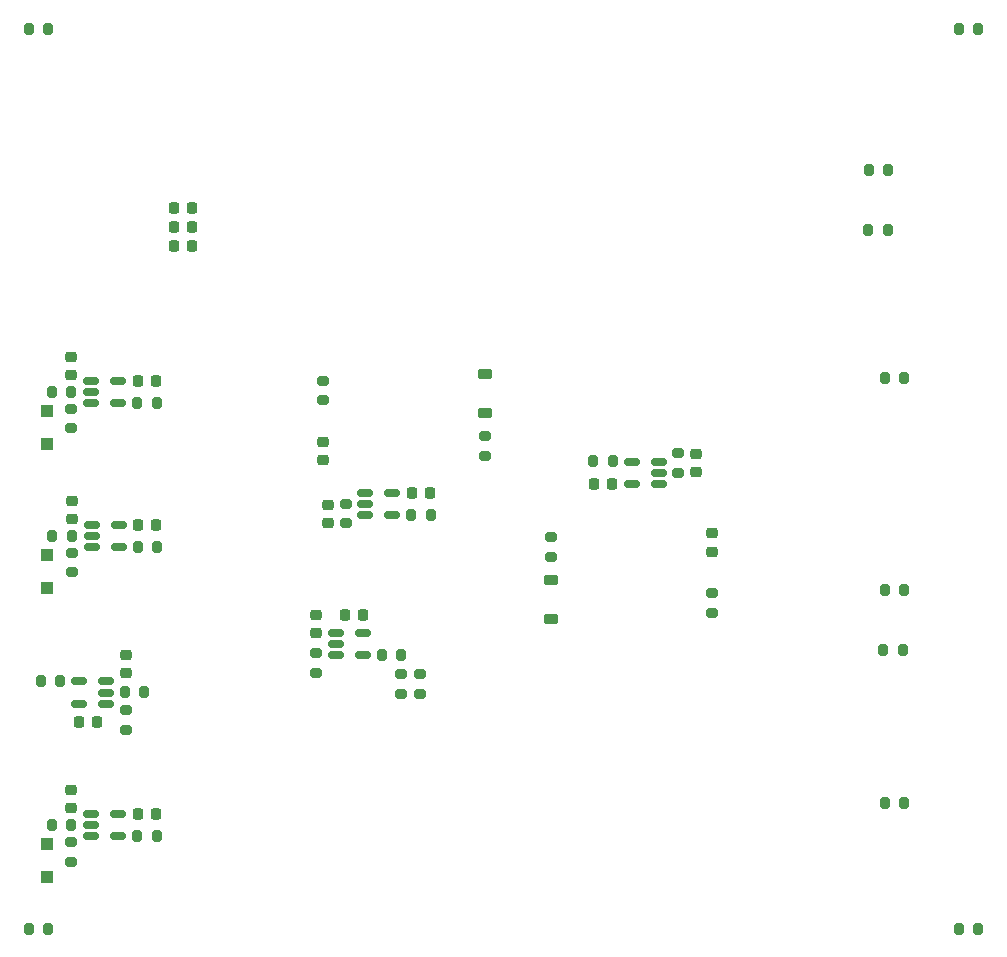
<source format=gbr>
%TF.GenerationSoftware,KiCad,Pcbnew,9.0.2*%
%TF.CreationDate,2025-06-26T21:31:22-07:00*%
%TF.ProjectId,tdm_b1,74646d5f-6231-42e6-9b69-6361645f7063,rev?*%
%TF.SameCoordinates,Original*%
%TF.FileFunction,Paste,Top*%
%TF.FilePolarity,Positive*%
%FSLAX46Y46*%
G04 Gerber Fmt 4.6, Leading zero omitted, Abs format (unit mm)*
G04 Created by KiCad (PCBNEW 9.0.2) date 2025-06-26 21:31:22*
%MOMM*%
%LPD*%
G01*
G04 APERTURE LIST*
G04 Aperture macros list*
%AMRoundRect*
0 Rectangle with rounded corners*
0 $1 Rounding radius*
0 $2 $3 $4 $5 $6 $7 $8 $9 X,Y pos of 4 corners*
0 Add a 4 corners polygon primitive as box body*
4,1,4,$2,$3,$4,$5,$6,$7,$8,$9,$2,$3,0*
0 Add four circle primitives for the rounded corners*
1,1,$1+$1,$2,$3*
1,1,$1+$1,$4,$5*
1,1,$1+$1,$6,$7*
1,1,$1+$1,$8,$9*
0 Add four rect primitives between the rounded corners*
20,1,$1+$1,$2,$3,$4,$5,0*
20,1,$1+$1,$4,$5,$6,$7,0*
20,1,$1+$1,$6,$7,$8,$9,0*
20,1,$1+$1,$8,$9,$2,$3,0*%
G04 Aperture macros list end*
%ADD10RoundRect,0.200000X0.275000X-0.200000X0.275000X0.200000X-0.275000X0.200000X-0.275000X-0.200000X0*%
%ADD11RoundRect,0.150000X-0.512500X-0.150000X0.512500X-0.150000X0.512500X0.150000X-0.512500X0.150000X0*%
%ADD12RoundRect,0.250000X-0.300000X0.300000X-0.300000X-0.300000X0.300000X-0.300000X0.300000X0.300000X0*%
%ADD13RoundRect,0.225000X0.250000X-0.225000X0.250000X0.225000X-0.250000X0.225000X-0.250000X-0.225000X0*%
%ADD14RoundRect,0.225000X0.225000X0.250000X-0.225000X0.250000X-0.225000X-0.250000X0.225000X-0.250000X0*%
%ADD15RoundRect,0.225000X-0.250000X0.225000X-0.250000X-0.225000X0.250000X-0.225000X0.250000X0.225000X0*%
%ADD16RoundRect,0.200000X-0.200000X-0.275000X0.200000X-0.275000X0.200000X0.275000X-0.200000X0.275000X0*%
%ADD17RoundRect,0.225000X-0.225000X-0.250000X0.225000X-0.250000X0.225000X0.250000X-0.225000X0.250000X0*%
%ADD18RoundRect,0.150000X0.512500X0.150000X-0.512500X0.150000X-0.512500X-0.150000X0.512500X-0.150000X0*%
%ADD19RoundRect,0.200000X-0.275000X0.200000X-0.275000X-0.200000X0.275000X-0.200000X0.275000X0.200000X0*%
%ADD20RoundRect,0.200000X0.200000X0.275000X-0.200000X0.275000X-0.200000X-0.275000X0.200000X-0.275000X0*%
%ADD21RoundRect,0.225000X0.375000X-0.225000X0.375000X0.225000X-0.375000X0.225000X-0.375000X-0.225000X0*%
%ADD22RoundRect,0.225000X-0.375000X0.225000X-0.375000X-0.225000X0.375000X-0.225000X0.375000X0.225000X0*%
G04 APERTURE END LIST*
D10*
%TO.C,R39*%
X143733600Y-112026200D03*
X143733600Y-110376200D03*
%TD*%
D11*
%TO.C,U9*%
X128001600Y-106608800D03*
X128001600Y-107558800D03*
X128001600Y-108508800D03*
X130276600Y-108508800D03*
X130276600Y-106608800D03*
%TD*%
D12*
%TO.C,D1*%
X101079200Y-111845600D03*
X101079200Y-114645600D03*
%TD*%
%TO.C,D2*%
X101041400Y-99653600D03*
X101041400Y-102453600D03*
%TD*%
D13*
%TO.C,C28*%
X157398800Y-111582800D03*
X157398800Y-110032800D03*
%TD*%
D14*
%TO.C,C29*%
X113360200Y-84124800D03*
X111810200Y-84124800D03*
%TD*%
D15*
%TO.C,C33*%
X124439600Y-102285200D03*
X124439600Y-103835200D03*
%TD*%
D16*
%TO.C,R49*%
X170625000Y-79320400D03*
X172275000Y-79320400D03*
%TD*%
D17*
%TO.C,C35*%
X131957900Y-106593600D03*
X133507900Y-106593600D03*
%TD*%
D16*
%TO.C,R28*%
X101461000Y-134762400D03*
X103111000Y-134762400D03*
%TD*%
%TO.C,R48*%
X171971200Y-114873400D03*
X173621200Y-114873400D03*
%TD*%
%TO.C,R27*%
X108687800Y-99034600D03*
X110337800Y-99034600D03*
%TD*%
D18*
%TO.C,U7*%
X152857200Y-105867200D03*
X152857200Y-104917200D03*
X152857200Y-103967200D03*
X150582200Y-103967200D03*
X150582200Y-105867200D03*
%TD*%
D13*
%TO.C,C17*%
X103136600Y-108826600D03*
X103136600Y-107276600D03*
%TD*%
D16*
%TO.C,R3*%
X99505000Y-143510000D03*
X101155000Y-143510000D03*
%TD*%
%TO.C,R51*%
X131908700Y-108524000D03*
X133558700Y-108524000D03*
%TD*%
D13*
%TO.C,C25*%
X123799600Y-118478400D03*
X123799600Y-116928400D03*
%TD*%
D18*
%TO.C,U5*%
X106026700Y-124485600D03*
X106026700Y-123535600D03*
X106026700Y-122585600D03*
X103751700Y-122585600D03*
X103751700Y-124485600D03*
%TD*%
D11*
%TO.C,U6*%
X125494700Y-118442400D03*
X125494700Y-119392400D03*
X125494700Y-120342400D03*
X127769700Y-120342400D03*
X127769700Y-118442400D03*
%TD*%
D10*
%TO.C,R45*%
X124439600Y-98754200D03*
X124439600Y-97104200D03*
%TD*%
D14*
%TO.C,C26*%
X127801200Y-116928600D03*
X126251200Y-116928600D03*
%TD*%
D10*
%TO.C,R26*%
X103098800Y-101167200D03*
X103098800Y-99517200D03*
%TD*%
D19*
%TO.C,R40*%
X157398800Y-115113800D03*
X157398800Y-116763800D03*
%TD*%
D20*
%TO.C,R5*%
X179895000Y-67310000D03*
X178245000Y-67310000D03*
%TD*%
%TO.C,R33*%
X102170400Y-122570400D03*
X100520400Y-122570400D03*
%TD*%
D10*
%TO.C,R29*%
X103098800Y-137834800D03*
X103098800Y-136184800D03*
%TD*%
D14*
%TO.C,C30*%
X113360200Y-82499200D03*
X111810200Y-82499200D03*
%TD*%
%TO.C,C27*%
X113360200Y-85725000D03*
X111810200Y-85725000D03*
%TD*%
D13*
%TO.C,C31*%
X156012300Y-104867000D03*
X156012300Y-103317000D03*
%TD*%
D16*
%TO.C,R24*%
X108725600Y-111226600D03*
X110375600Y-111226600D03*
%TD*%
D20*
%TO.C,R38*%
X173494200Y-119888000D03*
X171844200Y-119888000D03*
%TD*%
D13*
%TO.C,C23*%
X107708600Y-121897600D03*
X107708600Y-120347600D03*
%TD*%
D16*
%TO.C,R22*%
X101498800Y-110286800D03*
X103148800Y-110286800D03*
%TD*%
D10*
%TO.C,R23*%
X103136600Y-113359200D03*
X103136600Y-111709200D03*
%TD*%
D17*
%TO.C,C22*%
X108724600Y-133797200D03*
X110274600Y-133797200D03*
%TD*%
D16*
%TO.C,R50*%
X171971200Y-96930200D03*
X173621200Y-96930200D03*
%TD*%
D12*
%TO.C,D3*%
X101041400Y-136321200D03*
X101041400Y-139121200D03*
%TD*%
D16*
%TO.C,R36*%
X129388600Y-120383000D03*
X131038600Y-120383000D03*
%TD*%
D11*
%TO.C,U3*%
X104806100Y-97119400D03*
X104806100Y-98069400D03*
X104806100Y-99019400D03*
X107081100Y-99019400D03*
X107081100Y-97119400D03*
%TD*%
D13*
%TO.C,C21*%
X103098800Y-133302200D03*
X103098800Y-131752200D03*
%TD*%
D16*
%TO.C,R47*%
X171971200Y-132867400D03*
X173621200Y-132867400D03*
%TD*%
D14*
%TO.C,C32*%
X148900900Y-105882400D03*
X147350900Y-105882400D03*
%TD*%
D20*
%TO.C,R4*%
X179895000Y-143510000D03*
X178245000Y-143510000D03*
%TD*%
D16*
%TO.C,R6*%
X99505000Y-67310000D03*
X101155000Y-67310000D03*
%TD*%
D11*
%TO.C,U2*%
X104843900Y-109311400D03*
X104843900Y-110261400D03*
X104843900Y-111211400D03*
X107118900Y-111211400D03*
X107118900Y-109311400D03*
%TD*%
D21*
%TO.C,D5*%
X138130200Y-99846400D03*
X138130200Y-96546400D03*
%TD*%
D20*
%TO.C,R31*%
X109307800Y-123510200D03*
X107657800Y-123510200D03*
%TD*%
D10*
%TO.C,R35*%
X123812800Y-121830400D03*
X123812800Y-120180400D03*
%TD*%
D17*
%TO.C,C20*%
X108724600Y-97129600D03*
X110274600Y-97129600D03*
%TD*%
D11*
%TO.C,U4*%
X104806100Y-133787000D03*
X104806100Y-134737000D03*
X104806100Y-135687000D03*
X107081100Y-135687000D03*
X107081100Y-133787000D03*
%TD*%
D19*
%TO.C,R34*%
X132638800Y-121984000D03*
X132638800Y-123634000D03*
%TD*%
D13*
%TO.C,C19*%
X103098800Y-96634600D03*
X103098800Y-95084600D03*
%TD*%
D19*
%TO.C,R44*%
X138104800Y-101841800D03*
X138104800Y-103491800D03*
%TD*%
D17*
%TO.C,C18*%
X108762400Y-109321600D03*
X110312400Y-109321600D03*
%TD*%
D19*
%TO.C,R37*%
X131064000Y-121984000D03*
X131064000Y-123634000D03*
%TD*%
%TO.C,R41*%
X154513700Y-103267200D03*
X154513700Y-104917200D03*
%TD*%
D10*
%TO.C,R32*%
X107708600Y-126672000D03*
X107708600Y-125022000D03*
%TD*%
D17*
%TO.C,C24*%
X103745600Y-125999400D03*
X105295600Y-125999400D03*
%TD*%
D20*
%TO.C,R43*%
X172224200Y-84378800D03*
X170574200Y-84378800D03*
%TD*%
%TO.C,R42*%
X148950100Y-103952000D03*
X147300100Y-103952000D03*
%TD*%
D22*
%TO.C,D4*%
X143708200Y-114021600D03*
X143708200Y-117321600D03*
%TD*%
D16*
%TO.C,R25*%
X101461000Y-98094800D03*
X103111000Y-98094800D03*
%TD*%
D10*
%TO.C,R46*%
X126345100Y-109208800D03*
X126345100Y-107558800D03*
%TD*%
D16*
%TO.C,R30*%
X108687800Y-135702200D03*
X110337800Y-135702200D03*
%TD*%
D15*
%TO.C,C34*%
X124846500Y-107609000D03*
X124846500Y-109159000D03*
%TD*%
M02*

</source>
